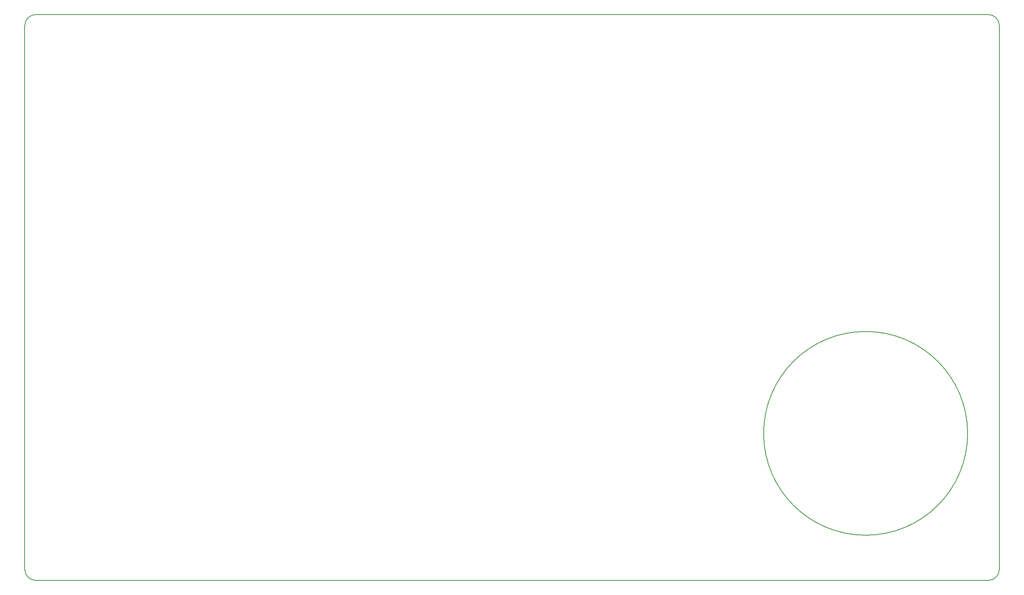
<source format=gm1>
G04 #@! TF.GenerationSoftware,KiCad,Pcbnew,(6.0.7)*
G04 #@! TF.CreationDate,2023-02-05T05:30:46+01:00*
G04 #@! TF.ProjectId,DaVinciKbd,44615669-6e63-4694-9b62-642e6b696361,rev?*
G04 #@! TF.SameCoordinates,Original*
G04 #@! TF.FileFunction,Profile,NP*
%FSLAX46Y46*%
G04 Gerber Fmt 4.6, Leading zero omitted, Abs format (unit mm)*
G04 Created by KiCad (PCBNEW (6.0.7)) date 2023-02-05 05:30:46*
%MOMM*%
%LPD*%
G01*
G04 APERTURE LIST*
G04 #@! TA.AperFunction,Profile*
%ADD10C,0.150000*%
G04 #@! TD*
G04 #@! TA.AperFunction,Profile*
%ADD11C,0.200000*%
G04 #@! TD*
G04 APERTURE END LIST*
D10*
X235000000Y-162500000D02*
G75*
G03*
X237500000Y-160000000I0J2500000D01*
G01*
X235000000Y-162500000D02*
X25000000Y-162500000D01*
D11*
X237500000Y-135000000D02*
X237500000Y-160000000D01*
D10*
X22500000Y-40000000D02*
X22500000Y-160000000D01*
D11*
X237500000Y-130000000D02*
X237500000Y-40000000D01*
D10*
X25000000Y-37500000D02*
X235000000Y-37500000D01*
D11*
X237500000Y-130000000D02*
X237500000Y-135000000D01*
X230500000Y-130000000D02*
G75*
G03*
X230500000Y-130000000I-22500000J0D01*
G01*
D10*
X237500000Y-40000000D02*
G75*
G03*
X235000000Y-37500000I-2500000J0D01*
G01*
X25000000Y-37500000D02*
G75*
G03*
X22500000Y-40000000I0J-2500000D01*
G01*
X22500000Y-160000000D02*
G75*
G03*
X25000000Y-162500000I2500000J0D01*
G01*
M02*

</source>
